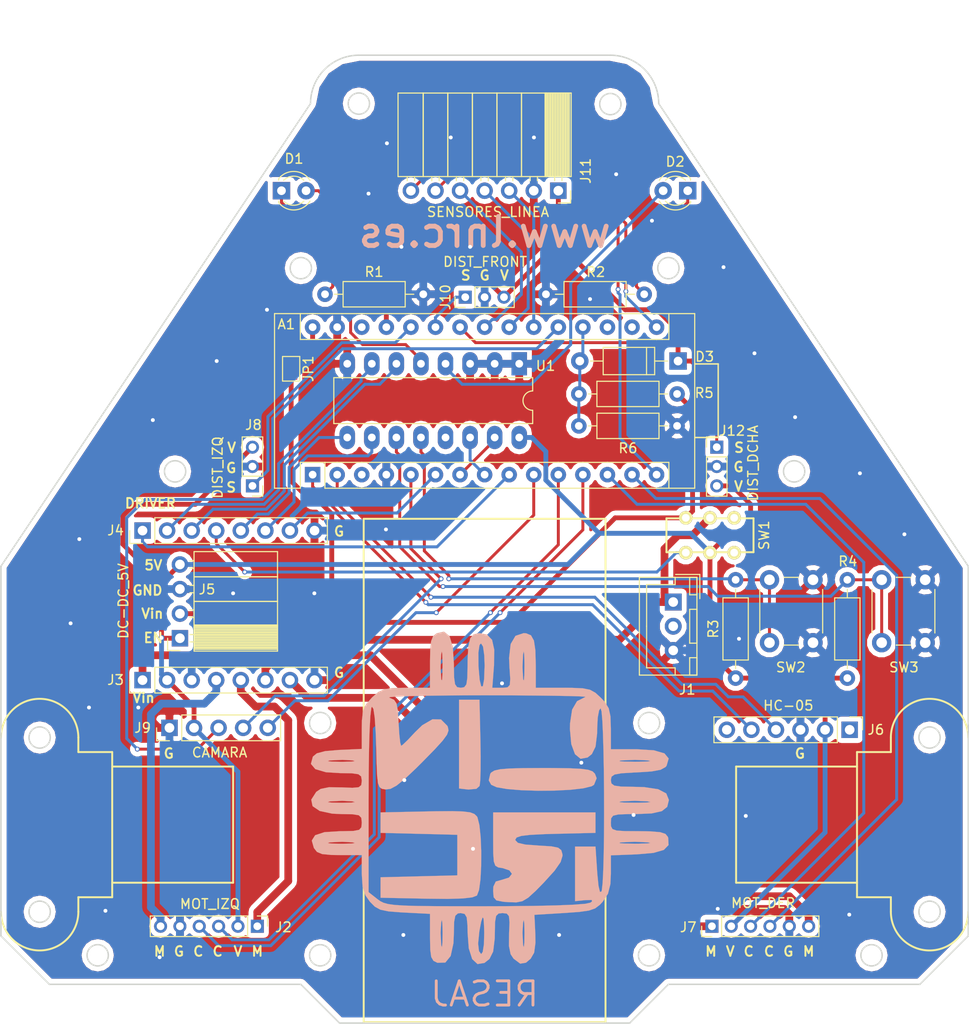
<source format=kicad_pcb>
(kicad_pcb (version 4) (host pcbnew 4.0.6)
  (title_block (title "Main Board robot de carreras educativo") (company "Liga Nacional de Robótica de competición") (comment 1 www.lnrc.es) (comment 2 "Diseño de Rubén Espino San José"))
  (layers (0 F.Cu signal) (31 B.Cu signal) (34 B.Paste user) (35 F.Paste user) (36 B.SilkS user) (37 F.SilkS user) (38 B.Mask user) (39 F.Mask user) (44 Edge.Cuts user))
  (net 0 "")
  (net 1 BT_RX)
  (net 2 "Net-(A1-Pad17)")
  (net 3 BT_TX)
  (net 4 "Net-(A1-Pad18)")
  (net 5 "Net-(A1-Pad3)")
  (net 6 BAT)
  (net 7 GND)
  (net 8 ANALOG_CAM)
  (net 9 LINEA_1)
  (net 10 LINEA_2)
  (net 11 I2C_SDA)
  (net 12 LINEA_3)
  (net 13 I2C_SCL)
  (net 14 DIST_IZQ)
  (net 15 DIST_FRONT)
  (net 16 DIST_DCHA)
  (net 17 LINEA_SEL_1)
  (net 18 +5V)
  (net 19 LINEA_SEL_2)
  (net 20 "Net-(A1-Pad28)")
  (net 21 PWM_IZQ)
  (net 22 PWM_DER)
  (net 23 VCC)
  (net 24 CLK_CAM)
  (net 25 SI_CAM)
  (net 26 "Net-(D1-Pad1)")
  (net 27 LED_R)
  (net 28 "Net-(D2-Pad1)")
  (net 29 LED_G)
  (net 30 "Net-(J1-Pad2)")
  (net 31 +BATT)
  (net 32 M_IZQ_+)
  (net 33 M_IZQ_-)
  (net 34 M_DER_-)
  (net 35 M_DER_+)
  (net 36 DIR_IZQ_2)
  (net 37 DIR_IZQ_1)
  (net 38 STBY_MOT)
  (net 39 DIR_DER_1)
  (net 40 DIR_DER_2)
  (net 41 VDD)
  (net 42 "Net-(J6-Pad1)")
  (net 43 "Net-(J6-Pad6)")
  (net 44 B1)
  (net 45 B2)
  (net 46 "Net-(SW1-Pad4)")
  (net 47 "Net-(SW1-Pad1)")
  (net 48 "Net-(U1-Pad13)")
  (net 49 ENC_IZQ_A)
  (net 50 ENC_IZQ_B)
  (net 51 ENC_DER_A)
  (net 52 ENC_DER_B)
  (module Socket_Strips:Socket_Strip_Straight_1x08_Pitch2.54mm (layer F.Cu) (at 114.635931 114.57 90)
    (fp_text reference J3 (at 0.019161 -2.785931 180) (layer F.SilkS))
    (fp_text value TB6612FNG_A)
    (pad 1 thru_hole rect (at 0 0 90) (size 1.7 1.7) (drill 1) (layers *.Cu *.Mask) (net 31 +BATT))
    (pad 2 thru_hole oval (at 0 2.54 90) (size 1.7 1.7) (drill 1) (layers *.Cu *.Mask) (net 18 +5V))
    (pad 3 thru_hole oval (at 0 5.08 90) (size 1.7 1.7) (drill 1) (layers *.Cu *.Mask) (net 7 GND))
    (pad 4 thru_hole oval (at 0 7.62 90) (size 1.7 1.7) (drill 1) (layers *.Cu *.Mask) (net 32 M_IZQ_+))
    (pad 5 thru_hole oval (at 0 10.16 90) (size 1.7 1.7) (drill 1) (layers *.Cu *.Mask) (net 33 M_IZQ_-))
    (pad 6 thru_hole oval (at 0 12.7 90) (size 1.7 1.7) (drill 1) (layers *.Cu *.Mask) (net 34 M_DER_-))
    (pad 7 thru_hole oval (at 0 15.24 90) (size 1.7 1.7) (drill 1) (layers *.Cu *.Mask) (net 35 M_DER_+))
    (pad 8 thru_hole oval (at 0 17.78 90) (size 1.7 1.7) (drill 1) (layers *.Cu *.Mask) (net 7 GND))
  )
  (module Modules:Arduino_Nano (layer F.Cu) (at 132.22 93.34 90)
    (fp_text reference A1 (at 15.54 -2.72 180) (layer F.SilkS))
    (fp_text value Arduino_Nano_v3.x)
    (pad 1 thru_hole rect (at 0 0 90) (size 1.6 1.6) (drill 0.8) (layers *.Cu *.Mask) (net 1 BT_RX))
    (pad 17 thru_hole oval (at 15.24 33.02 90) (size 1.6 1.6) (drill 0.8) (layers *.Cu *.Mask) (net 2 "Net-(A1-Pad17)"))
    (pad 2 thru_hole oval (at 0 2.54 90) (size 1.6 1.6) (drill 0.8) (layers *.Cu *.Mask) (net 3 BT_TX))
    (pad 18 thru_hole oval (at 15.24 30.48 90) (size 1.6 1.6) (drill 0.8) (layers *.Cu *.Mask) (net 4 "Net-(A1-Pad18)"))
    (pad 3 thru_hole oval (at 0 5.08 90) (size 1.6 1.6) (drill 0.8) (layers *.Cu *.Mask) (net 5 "Net-(A1-Pad3)"))
    (pad 19 thru_hole oval (at 15.24 27.94 90) (size 1.6 1.6) (drill 0.8) (layers *.Cu *.Mask) (net 6 BAT))
    (pad 4 thru_hole oval (at 0 7.62 90) (size 1.6 1.6) (drill 0.8) (layers *.Cu *.Mask) (net 7 GND))
    (pad 20 thru_hole oval (at 15.24 25.4 90) (size 1.6 1.6) (drill 0.8) (layers *.Cu *.Mask) (net 8 ANALOG_CAM))
    (pad 5 thru_hole oval (at 0 10.16 90) (size 1.6 1.6) (drill 0.8) (layers *.Cu *.Mask) (net 24 CLK_CAM))
    (pad 21 thru_hole oval (at 15.24 22.86 90) (size 1.6 1.6) (drill 0.8) (layers *.Cu *.Mask) (net 9 LINEA_1))
    (pad 6 thru_hole oval (at 0 12.7 90) (size 1.6 1.6) (drill 0.8) (layers *.Cu *.Mask) (net 22 PWM_DER))
    (pad 22 thru_hole oval (at 15.24 20.32 90) (size 1.6 1.6) (drill 0.8) (layers *.Cu *.Mask) (net 10 LINEA_2))
    (pad 7 thru_hole oval (at 0 15.24 90) (size 1.6 1.6) (drill 0.8) (layers *.Cu *.Mask) (net 11 I2C_SDA))
    (pad 23 thru_hole oval (at 15.24 17.78 90) (size 1.6 1.6) (drill 0.8) (layers *.Cu *.Mask) (net 12 LINEA_3))
    (pad 8 thru_hole oval (at 0 17.78 90) (size 1.6 1.6) (drill 0.8) (layers *.Cu *.Mask) (net 13 I2C_SCL))
    (pad 24 thru_hole oval (at 15.24 15.24 90) (size 1.6 1.6) (drill 0.8) (layers *.Cu *.Mask) (net 16 DIST_DCHA))
    (pad 9 thru_hole oval (at 0 20.32 90) (size 1.6 1.6) (drill 0.8) (layers *.Cu *.Mask) (net 21 PWM_IZQ))
    (pad 25 thru_hole oval (at 15.24 12.7 90) (size 1.6 1.6) (drill 0.8) (layers *.Cu *.Mask) (net 15 DIST_FRONT))
    (pad 10 thru_hole oval (at 0 22.86 90) (size 1.6 1.6) (drill 0.8) (layers *.Cu *.Mask) (net 25 SI_CAM))
    (pad 26 thru_hole oval (at 15.24 10.16 90) (size 1.6 1.6) (drill 0.8) (layers *.Cu *.Mask) (net 14 DIST_IZQ))
    (pad 11 thru_hole oval (at 0 25.4 90) (size 1.6 1.6) (drill 0.8) (layers *.Cu *.Mask) (net 50 ENC_IZQ_B))
    (pad 27 thru_hole oval (at 15.24 7.62 90) (size 1.6 1.6) (drill 0.8) (layers *.Cu *.Mask) (net 18 +5V))
    (pad 12 thru_hole oval (at 0 27.94 90) (size 1.6 1.6) (drill 0.8) (layers *.Cu *.Mask) (net 49 ENC_IZQ_A))
    (pad 28 thru_hole oval (at 15.24 5.08 90) (size 1.6 1.6) (drill 0.8) (layers *.Cu *.Mask) (net 20 "Net-(A1-Pad28)"))
    (pad 13 thru_hole oval (at 0 30.48 90) (size 1.6 1.6) (drill 0.8) (layers *.Cu *.Mask) (net 51 ENC_DER_A))
    (pad 29 thru_hole oval (at 15.24 2.54 90) (size 1.6 1.6) (drill 0.8) (layers *.Cu *.Mask) (net 7 GND))
    (pad 14 thru_hole oval (at 0 33.02 90) (size 1.6 1.6) (drill 0.8) (layers *.Cu *.Mask) (net 52 ENC_DER_B))
    (pad 30 thru_hole oval (at 15.24 0 90) (size 1.6 1.6) (drill 0.8) (layers *.Cu *.Mask) (net 23 VCC))
    (pad 15 thru_hole oval (at 0 35.56 90) (size 1.6 1.6) (drill 0.8) (layers *.Cu *.Mask) (net 17 LINEA_SEL_1))
    (pad 16 thru_hole oval (at 15.24 35.56 90) (size 1.6 1.6) (drill 0.8) (layers *.Cu *.Mask) (net 19 LINEA_SEL_2))
  )
  (module LEDs:LED_D3.0mm (layer F.Cu) (at 129 64)
    (fp_text reference D1 (at 1.3 -3.3) (layer F.SilkS))
    (fp_text value ROJO)
    (pad 1 thru_hole rect (at 0 0) (size 1.8 1.8) (drill 0.9) (layers *.Cu *.Mask) (net 26 "Net-(D1-Pad1)"))
    (pad 2 thru_hole circle (at 2.54 0) (size 1.8 1.8) (drill 0.9) (layers *.Cu *.Mask) (net 27 LED_R))
  )
  (module LEDs:LED_D3.0mm (layer F.Cu) (at 171 64 180)
    (fp_text reference D2 (at 1.3 3 180) (layer F.SilkS))
    (fp_text value VERDE)
    (pad 1 thru_hole rect (at 0 0 180) (size 1.8 1.8) (drill 0.9) (layers *.Cu *.Mask) (net 28 "Net-(D2-Pad1)"))
    (pad 2 thru_hole circle (at 2.54 0 180) (size 1.8 1.8) (drill 0.9) (layers *.Cu *.Mask) (net 29 LED_G))
  )
  (module Diodes_THT:D_A-405_P10.16mm_Horizontal (layer F.Cu) (at 170 81.6 180)
    (fp_text reference D3 (at -2.75 0.45 180) (layer F.SilkS))
    (fp_text value 1N4001)
    (pad 1 thru_hole rect (at 0 0 180) (size 1.8 1.8) (drill 0.9) (layers *.Cu *.Mask) (net 18 +5V))
    (pad 2 thru_hole oval (at 10.16 0 180) (size 1.8 1.8) (drill 0.9) (layers *.Cu *.Mask) (net 6 BAT))
  )
  (module Connectors_JST:JST_XH_B03B-XH-A_03x2.50mm_Straight (layer F.Cu) (at 169.5 106.5 270)
    (fp_text reference J1 (at 9.05 -1.45 360) (layer F.SilkS))
    (fp_text value "LIPO 2S")
    (pad 1 thru_hole rect (at 0 0 270) (size 1.75 1.75) (drill 1) (layers *.Cu *.Mask) (net 31 +BATT))
    (pad 2 thru_hole circle (at 2.5 0 270) (size 1.75 1.75) (drill 1) (layers *.Cu *.Mask) (net 30 "Net-(J1-Pad2)"))
    (pad 3 thru_hole circle (at 5 0 270) (size 1.75 1.75) (drill 1) (layers *.Cu *.Mask) (net 7 GND))
  )
  (module Connectors:GS2 (layer F.Cu) (at 130 82.4)
    (fp_text reference JP1 (at 1.78 0 90) (layer F.SilkS))
    (fp_text value Jumper)
    (pad 1 smd rect (at 0 -0.64) (size 1.27 0.97) (layers F.Cu F.Paste F.Mask) (net 23 VCC))
    (pad 2 smd rect (at 0 0.64) (size 1.27 0.97) (layers F.Cu F.Paste F.Mask) (net 41 VDD))
  )
  (module Resistors_THT:R_Axial_DIN0207_L6.3mm_D2.5mm_P10.16mm_Horizontal (layer F.Cu) (at 133.5 74.7)
    (fp_text reference R1 (at 5.08 -2.31) (layer F.SilkS))
    (fp_text value 1k)
    (pad 1 thru_hole circle (at 0 0) (size 1.6 1.6) (drill 0.8) (layers *.Cu *.Mask) (net 26 "Net-(D1-Pad1)"))
    (pad 2 thru_hole oval (at 10.16 0) (size 1.6 1.6) (drill 0.8) (layers *.Cu *.Mask) (net 7 GND))
  )
  (module Resistors_THT:R_Axial_DIN0207_L6.3mm_D2.5mm_P10.16mm_Horizontal (layer F.Cu) (at 166.5 74.7 180)
    (fp_text reference R2 (at 5.01 2.3 180) (layer F.SilkS))
    (fp_text value 1k)
    (pad 1 thru_hole circle (at 0 0 180) (size 1.6 1.6) (drill 0.8) (layers *.Cu *.Mask) (net 28 "Net-(D2-Pad1)"))
    (pad 2 thru_hole oval (at 10.16 0 180) (size 1.6 1.6) (drill 0.8) (layers *.Cu *.Mask) (net 7 GND))
  )
  (module Resistors_THT:R_Axial_DIN0207_L6.3mm_D2.5mm_P10.16mm_Horizontal (layer F.Cu) (at 175.95 114.36 90)
    (fp_text reference R3 (at 5.08 -2.31 90) (layer F.SilkS))
    (fp_text value 10K)
    (pad 1 thru_hole circle (at 0 0 90) (size 1.6 1.6) (drill 0.8) (layers *.Cu *.Mask) (net 18 +5V))
    (pad 2 thru_hole oval (at 10.16 0 90) (size 1.6 1.6) (drill 0.8) (layers *.Cu *.Mask) (net 44 B1))
  )
  (module Resistors_THT:R_Axial_DIN0207_L6.3mm_D2.5mm_P10.16mm_Horizontal (layer F.Cu) (at 187.5 114.36 90)
    (fp_text reference R4 (at 12.06 0.05 180) (layer F.SilkS))
    (fp_text value 10K)
    (pad 1 thru_hole circle (at 0 0 90) (size 1.6 1.6) (drill 0.8) (layers *.Cu *.Mask) (net 18 +5V))
    (pad 2 thru_hole oval (at 10.16 0 90) (size 1.6 1.6) (drill 0.8) (layers *.Cu *.Mask) (net 45 B2))
  )
  (module Resistors_THT:R_Axial_DIN0207_L6.3mm_D2.5mm_P10.16mm_Horizontal (layer F.Cu) (at 159.74 85)
    (fp_text reference R5 (at 12.96 -0.1) (layer F.SilkS))
    (fp_text value 82k)
    (pad 1 thru_hole circle (at 0 0) (size 1.6 1.6) (drill 0.8) (layers *.Cu *.Mask) (net 6 BAT))
    (pad 2 thru_hole oval (at 10.16 0) (size 1.6 1.6) (drill 0.8) (layers *.Cu *.Mask) (net 41 VDD))
  )
  (module Resistors_THT:R_Axial_DIN0207_L6.3mm_D2.5mm_P10.16mm_Horizontal (layer F.Cu) (at 169.9 88.3 180)
    (fp_text reference R6 (at 5.08 -2.31 180) (layer F.SilkS))
    (fp_text value 120k)
    (pad 1 thru_hole circle (at 0 0 180) (size 1.6 1.6) (drill 0.8) (layers *.Cu *.Mask) (net 7 GND))
    (pad 2 thru_hole oval (at 10.16 0 180) (size 1.6 1.6) (drill 0.8) (layers *.Cu *.Mask) (net 6 BAT))
  )
  (module Main_board:switch_DPDT (layer F.Cu) (at 173.3 99.6 180)
    (fp_text reference SW1 (at -5.6 0 270) (layer F.SilkS))
    (fp_text value SW_DPDT)
    (pad 4 thru_hole circle (at -2.5 -1.8 180) (size 1.4 1.4) (drill 0.8) (layers *.Cu *.Mask F.SilkS) (net 46 "Net-(SW1-Pad4)"))
    (pad 1 thru_hole circle (at -2.5 1.8 180) (size 1.4 1.4) (drill 0.8) (layers *.Cu *.Mask F.SilkS) (net 47 "Net-(SW1-Pad1)"))
    (pad 5 thru_hole circle (at 0 -1.8 180) (size 1.4 1.4) (drill 0.8) (layers *.Cu *.Mask F.SilkS) (net 18 +5V))
    (pad 6 thru_hole circle (at 2.5 -1.8 180) (size 1.4 1.4) (drill 0.8) (layers *.Cu *.Mask F.SilkS) (net 38 STBY_MOT))
    (pad 3 thru_hole circle (at 2.5 1.8 180) (size 1.4 1.4) (drill 0.8) (layers *.Cu *.Mask F.SilkS) (net 41 VDD))
    (pad 2 thru_hole circle (at 0 1.8 180) (size 1.4 1.4) (drill 0.8) (layers *.Cu *.Mask F.SilkS) (net 31 +BATT))
  )
  (module Housings_DIP:DIP-16_W7.62mm_LongPads (layer F.Cu) (at 153.58 81.88 270)
    (fp_text reference U1 (at 0.22 -2.72 360) (layer F.SilkS))
    (fp_text value PCF8574)
    (pad 1 thru_hole rect (at 0 0 270) (size 2.4 1.6) (drill 0.8) (layers *.Cu *.Mask) (net 7 GND))
    (pad 9 thru_hole oval (at 7.62 17.78 270) (size 2.4 1.6) (drill 0.8) (layers *.Cu *.Mask) (net 39 DIR_DER_1))
    (pad 2 thru_hole oval (at 0 2.54 270) (size 2.4 1.6) (drill 0.8) (layers *.Cu *.Mask) (net 7 GND))
    (pad 10 thru_hole oval (at 7.62 15.24 270) (size 2.4 1.6) (drill 0.8) (layers *.Cu *.Mask) (net 40 DIR_DER_2))
    (pad 3 thru_hole oval (at 0 5.08 270) (size 2.4 1.6) (drill 0.8) (layers *.Cu *.Mask) (net 7 GND))
    (pad 11 thru_hole oval (at 7.62 12.7 270) (size 2.4 1.6) (drill 0.8) (layers *.Cu *.Mask) (net 45 B2))
    (pad 4 thru_hole oval (at 0 7.62 270) (size 2.4 1.6) (drill 0.8) (layers *.Cu *.Mask) (net 29 LED_G))
    (pad 12 thru_hole oval (at 7.62 10.16 270) (size 2.4 1.6) (drill 0.8) (layers *.Cu *.Mask) (net 44 B1))
    (pad 5 thru_hole oval (at 0 10.16 270) (size 2.4 1.6) (drill 0.8) (layers *.Cu *.Mask) (net 27 LED_R))
    (pad 13 thru_hole oval (at 7.62 7.62 270) (size 2.4 1.6) (drill 0.8) (layers *.Cu *.Mask) (net 48 "Net-(U1-Pad13)"))
    (pad 6 thru_hole oval (at 0 12.7 270) (size 2.4 1.6) (drill 0.8) (layers *.Cu *.Mask) (net 37 DIR_IZQ_1))
    (pad 14 thru_hole oval (at 7.62 5.08 270) (size 2.4 1.6) (drill 0.8) (layers *.Cu *.Mask) (net 13 I2C_SCL))
    (pad 7 thru_hole oval (at 0 15.24 270) (size 2.4 1.6) (drill 0.8) (layers *.Cu *.Mask) (net 36 DIR_IZQ_2))
    (pad 15 thru_hole oval (at 7.62 2.54 270) (size 2.4 1.6) (drill 0.8) (layers *.Cu *.Mask) (net 11 I2C_SDA))
    (pad 8 thru_hole oval (at 0 17.78 270) (size 2.4 1.6) (drill 0.8) (layers *.Cu *.Mask) (net 7 GND))
    (pad 16 thru_hole oval (at 7.62 0 270) (size 2.4 1.6) (drill 0.8) (layers *.Cu *.Mask) (net 18 +5V))
  )
  (module "KiCad libraries:logo_lnrc" (layer B.Cu) (at 150 127 180)
    (fp_text reference G*** hide)
    (fp_text value LOGO hide)
  )
  (module Buttons_Switches_THT:SW_PUSH_6mm (layer F.Cu) (at 179.45 110.7 90)
    (fp_text reference SW2 (at -2.55 2.2 180) (layer F.SilkS))
    (fp_text value SW_Push)
    (pad 2 thru_hole circle (at 0 4.5 180) (size 2 2) (drill 1.1) (layers *.Cu *.Mask) (net 7 GND))
    (pad 1 thru_hole circle (at 0 0 180) (size 2 2) (drill 1.1) (layers *.Cu *.Mask) (net 44 B1))
    (pad 2 thru_hole circle (at 6.5 4.5 180) (size 2 2) (drill 1.1) (layers *.Cu *.Mask) (net 7 GND))
    (pad 1 thru_hole circle (at 6.5 0 180) (size 2 2) (drill 1.1) (layers *.Cu *.Mask) (net 44 B1))
  )
  (module Buttons_Switches_THT:SW_PUSH_6mm (layer F.Cu) (at 191.05 110.7 90)
    (fp_text reference SW3 (at -2.55 2.3 180) (layer F.SilkS))
    (fp_text value SW_Push)
    (pad 2 thru_hole circle (at 0 4.5 180) (size 2 2) (drill 1.1) (layers *.Cu *.Mask) (net 7 GND))
    (pad 1 thru_hole circle (at 0 0 180) (size 2 2) (drill 1.1) (layers *.Cu *.Mask) (net 45 B2))
    (pad 2 thru_hole circle (at 6.5 4.5 180) (size 2 2) (drill 1.1) (layers *.Cu *.Mask) (net 7 GND))
    (pad 1 thru_hole circle (at 6.5 0 180) (size 2 2) (drill 1.1) (layers *.Cu *.Mask) (net 45 B2))
  )
  (module Socket_Strips:Socket_Strip_Straight_1x08_Pitch2.54mm (layer F.Cu) (at 114.635931 99.119161 90)
    (fp_text reference J4 (at 0.019161 -2.785931 180) (layer F.SilkS))
    (fp_text value TB6612FNG_B)
    (pad 1 thru_hole rect (at 0 0 90) (size 1.7 1.7) (drill 1) (layers *.Cu *.Mask) (net 21 PWM_IZQ))
    (pad 2 thru_hole oval (at 0 2.54 90) (size 1.7 1.7) (drill 1) (layers *.Cu *.Mask) (net 36 DIR_IZQ_2))
    (pad 3 thru_hole oval (at 0 5.08 90) (size 1.7 1.7) (drill 1) (layers *.Cu *.Mask) (net 37 DIR_IZQ_1))
    (pad 4 thru_hole oval (at 0 7.62 90) (size 1.7 1.7) (drill 1) (layers *.Cu *.Mask) (net 38 STBY_MOT))
    (pad 5 thru_hole oval (at 0 10.16 90) (size 1.7 1.7) (drill 1) (layers *.Cu *.Mask) (net 39 DIR_DER_1))
    (pad 6 thru_hole oval (at 0 12.7 90) (size 1.7 1.7) (drill 1) (layers *.Cu *.Mask) (net 40 DIR_DER_2))
    (pad 7 thru_hole oval (at 0 15.24 90) (size 1.7 1.7) (drill 1) (layers *.Cu *.Mask) (net 22 PWM_DER))
    (pad 8 thru_hole oval (at 0 17.78 90) (size 1.7 1.7) (drill 1) (layers *.Cu *.Mask) (net 7 GND))
  )
  (module Socket_Strips:Socket_Strip_Angled_1x04_Pitch2.54mm (layer F.Cu) (at 118.5 110.24 180)
    (fp_text reference J5 (at -2.8 5.04 180) (layer F.SilkS))
    (fp_text value DC-DC_5V (at 5.85 3.84 270) (layer F.SilkS))
    (pad 1 thru_hole rect (at 0 0 180) (size 1.7 1.7) (drill 1) (layers *.Cu *.Mask) (net 18 +5V))
    (pad 2 thru_hole oval (at 0 2.54 180) (size 1.7 1.7) (drill 1) (layers *.Cu *.Mask) (net 41 VDD))
    (pad 3 thru_hole oval (at 0 5.08 180) (size 1.7 1.7) (drill 1) (layers *.Cu *.Mask) (net 7 GND))
    (pad 4 thru_hole oval (at 0 7.62 180) (size 1.7 1.7) (drill 1) (layers *.Cu *.Mask) (net 18 +5V))
  )
  (module Socket_Strips:Socket_Strip_Straight_1x06_Pitch2.54mm (layer F.Cu) (at 187.74 119.7 270)
    (fp_text reference J6 (at 0 -2.71 360) (layer F.SilkS))
    (fp_text value HC-05 (at -2.5 6.34 360) (layer F.SilkS))
    (pad 1 thru_hole rect (at 0 0 270) (size 1.7 1.7) (drill 1) (layers *.Cu *.Mask) (net 42 "Net-(J6-Pad1)"))
    (pad 2 thru_hole oval (at 0 2.54 270) (size 1.7 1.7) (drill 1) (layers *.Cu *.Mask) (net 18 +5V))
    (pad 3 thru_hole oval (at 0 5.08 270) (size 1.7 1.7) (drill 1) (layers *.Cu *.Mask) (net 7 GND))
    (pad 4 thru_hole oval (at 0 7.62 270) (size 1.7 1.7) (drill 1) (layers *.Cu *.Mask) (net 3 BT_TX))
    (pad 5 thru_hole oval (at 0 10.16 270) (size 1.7 1.7) (drill 1) (layers *.Cu *.Mask) (net 1 BT_RX))
    (pad 6 thru_hole oval (at 0 12.7 270) (size 1.7 1.7) (drill 1) (layers *.Cu *.Mask) (net 43 "Net-(J6-Pad6)"))
  )
  (module Socket_Strips:Socket_Strip_Straight_1x05_Pitch2.54mm (layer F.Cu) (at 117.42 119.5 90)
    (fp_text reference J9 (at 0 -2.77 180) (layer F.SilkS))
    (fp_text value CAMARA (at -2.55 5.18 180) (layer F.SilkS))
    (pad 1 thru_hole rect (at 0 0 90) (size 1.7 1.7) (drill 1) (layers *.Cu *.Mask) (net 7 GND))
    (pad 2 thru_hole oval (at 0 2.54 90) (size 1.7 1.7) (drill 1) (layers *.Cu *.Mask) (net 18 +5V))
    (pad 3 thru_hole oval (at 0 5.08 90) (size 1.7 1.7) (drill 1) (layers *.Cu *.Mask) (net 8 ANALOG_CAM))
    (pad 4 thru_hole oval (at 0 7.62 90) (size 1.7 1.7) (drill 1) (layers *.Cu *.Mask) (net 24 CLK_CAM))
    (pad 5 thru_hole oval (at 0 10.16 90) (size 1.7 1.7) (drill 1) (layers *.Cu *.Mask) (net 25 SI_CAM))
  )
  (module Socket_Strips:Socket_Strip_Straight_1x06_Pitch2.00mm (layer F.Cu) (at 126.5 140 270)
    (fp_text reference J2 (at 0.1 -2.7 360) (layer F.SilkS))
    (fp_text value MOT_IZQ (at -2.3 4.9 360) (layer F.SilkS))
    (pad 1 thru_hole rect (at 0 0 270) (size 1.35 1.35) (drill 0.8) (layers *.Cu *.Mask) (net 33 M_IZQ_-))
    (pad 2 thru_hole oval (at 0 2 270) (size 1.35 1.35) (drill 0.8) (layers *.Cu *.Mask) (net 18 +5V))
    (pad 3 thru_hole oval (at 0 4 270) (size 1.35 1.35) (drill 0.8) (layers *.Cu *.Mask) (net 50 ENC_IZQ_B))
    (pad 4 thru_hole oval (at 0 6 270) (size 1.35 1.35) (drill 0.8) (layers *.Cu *.Mask) (net 49 ENC_IZQ_A))
    (pad 5 thru_hole oval (at 0 8 270) (size 1.35 1.35) (drill 0.8) (layers *.Cu *.Mask) (net 7 GND))
    (pad 6 thru_hole oval (at 0 10 270) (size 1.35 1.35) (drill 0.8) (layers *.Cu *.Mask) (net 32 M_IZQ_+))
  )
  (module Socket_Strips:Socket_Strip_Straight_1x06_Pitch2.00mm (layer F.Cu) (at 173.5 140 90)
    (fp_text reference J7 (at -0.1 -2.45 180) (layer F.SilkS))
    (fp_text value MOT_DER (at 2.4 5.3 180) (layer F.SilkS))
    (pad 1 thru_hole rect (at 0 0 90) (size 1.35 1.35) (drill 0.8) (layers *.Cu *.Mask) (net 35 M_DER_+))
    (pad 2 thru_hole oval (at 0 2 90) (size 1.35 1.35) (drill 0.8) (layers *.Cu *.Mask) (net 18 +5V))
    (pad 3 thru_hole oval (at 0 4 90) (size 1.35 1.35) (drill 0.8) (layers *.Cu *.Mask) (net 51 ENC_DER_A))
    (pad 4 thru_hole oval (at 0 6 90) (size 1.35 1.35) (drill 0.8) (layers *.Cu *.Mask) (net 52 ENC_DER_B))
    (pad 5 thru_hole oval (at 0 8 90) (size 1.35 1.35) (drill 0.8) (layers *.Cu *.Mask) (net 7 GND))
    (pad 6 thru_hole oval (at 0 10 90) (size 1.35 1.35) (drill 0.8) (layers *.Cu *.Mask) (net 34 M_DER_-))
  )
  (module Socket_Strips:Socket_Strip_Straight_1x03_Pitch2.00mm (layer F.Cu) (at 126 94.5 180)
    (fp_text reference J8 (at -0.1 6.3 180) (layer F.SilkS))
    (fp_text value DIST_IZQ (at 3.6 1.9 270) (layer F.SilkS))
    (pad 1 thru_hole rect (at 0 0 180) (size 1.35 1.35) (drill 0.8) (layers *.Cu *.Mask) (net 14 DIST_IZQ))
    (pad 2 thru_hole oval (at 0 2 180) (size 1.35 1.35) (drill 0.8) (layers *.Cu *.Mask) (net 7 GND))
    (pad 3 thru_hole oval (at 0 4 180) (size 1.35 1.35) (drill 0.8) (layers *.Cu *.Mask) (net 18 +5V))
  )
  (module Socket_Strips:Socket_Strip_Straight_1x03_Pitch2.00mm (layer F.Cu) (at 148 75 90)
    (fp_text reference J10 (at 0 -2.05 90) (layer F.SilkS))
    (fp_text value DIST_FRONT (at 3.65 2.05 180) (layer F.SilkS))
    (pad 1 thru_hole rect (at 0 0 90) (size 1.35 1.35) (drill 0.8) (layers *.Cu *.Mask) (net 15 DIST_FRONT))
    (pad 2 thru_hole oval (at 0 2 90) (size 1.35 1.35) (drill 0.8) (layers *.Cu *.Mask) (net 7 GND))
    (pad 3 thru_hole oval (at 0 4 90) (size 1.35 1.35) (drill 0.8) (layers *.Cu *.Mask) (net 18 +5V))
  )
  (module Socket_Strips:Socket_Strip_Straight_1x03_Pitch2.00mm (layer F.Cu) (at 174 90.5)
    (fp_text reference J12 (at 1.6 -1.7) (layer F.SilkS))
    (fp_text value DIST_DCHA (at 3.75 1.65 90) (layer F.SilkS))
    (pad 1 thru_hole rect (at 0 0) (size 1.35 1.35) (drill 0.8) (layers *.Cu *.Mask) (net 16 DIST_DCHA))
    (pad 2 thru_hole oval (at 0 2) (size 1.35 1.35) (drill 0.8) (layers *.Cu *.Mask) (net 7 GND))
    (pad 3 thru_hole oval (at 0 4) (size 1.35 1.35) (drill 0.8) (layers *.Cu *.Mask) (net 18 +5V))
  )
  (module Socket_Strips:Socket_Strip_Angled_1x07_Pitch2.54mm (layer F.Cu) (at 157.62 64 270)
    (fp_text reference J11 (at -2.05 -2.83 450) (layer F.SilkS))
    (fp_text value SENSORES_LINEA (at 2.2 7.27 360) (layer F.SilkS))
    (pad 1 thru_hole rect (at 0 0 270) (size 1.7 1.7) (drill 1) (layers *.Cu *.Mask) (net 18 +5V))
    (pad 2 thru_hole oval (at 0 2.54 270) (size 1.7 1.7) (drill 1) (layers *.Cu *.Mask) (net 7 GND))
    (pad 3 thru_hole oval (at 0 5.08 270) (size 1.7 1.7) (drill 1) (layers *.Cu *.Mask) (net 9 LINEA_1))
    (pad 4 thru_hole oval (at 0 7.62 270) (size 1.7 1.7) (drill 1) (layers *.Cu *.Mask) (net 10 LINEA_2))
    (pad 5 thru_hole oval (at 0 10.16 270) (size 1.7 1.7) (drill 1) (layers *.Cu *.Mask) (net 12 LINEA_3))
    (pad 6 thru_hole oval (at 0 12.7 270) (size 1.7 1.7) (drill 1) (layers *.Cu *.Mask) (net 17 LINEA_SEL_1))
    (pad 7 thru_hole oval (at 0 15.24 270) (size 1.7 1.7) (drill 1) (layers *.Cu *.Mask) (net 19 LINEA_SEL_2))
  )
  (gr_text www.lnrc.es (at 150 68.3) (layer B.SilkS) (effects (font (size 3 3) (thickness 0.5)) (justify mirror)))
  (gr_line (start 137 50) (end 163 50) (layer Edge.Cuts) (width 0.15))
  (gr_line (start 200 102.8) (end 168 55) (layer Edge.Cuts) (width 0.15))
  (gr_arc (start 163 55) (end 163 50) (angle 90) (layer Edge.Cuts) (width 0.15))
  (gr_line (start 132 55) (end 100 102.8) (layer Edge.Cuts) (width 0.15))
  (gr_arc (start 137 55) (end 132 55) (angle 90) (layer Edge.Cuts) (width 0.15))
  (gr_circle (center 182 93) (end 183.1 93) (layer Edge.Cuts) (width 0.15))
  (gr_circle (center 118 93) (end 119.1 93) (layer Edge.Cuts) (width 0.15))
  (gr_circle (center 169 72) (end 170.1 72) (layer Edge.Cuts) (width 0.15))
  (gr_circle (center 131 72) (end 132.1 72) (layer Edge.Cuts) (width 0.15))
  (gr_line (start 174.15 89.5) (end 171.75 89.5) (layer F.SilkS) (width 0.15))
  (gr_line (start 174.15 81.9) (end 174.15 89.5) (layer F.SilkS) (width 0.15))
  (gr_line (start 171.75 81.9) (end 174.15 81.9) (layer F.SilkS) (width 0.15))
  (gr_text DRIVER (at 115.45 96.3) (layer F.SilkS) (effects (font (size 1 1) (thickness 0.2))))
  (gr_text S (at 148.05 72.75) (layer F.SilkS) (effects (font (size 1 1) (thickness 0.2))))
  (gr_text G (at 150 72.75) (layer F.SilkS) (effects (font (size 1 1) (thickness 0.2))))
  (gr_text V (at 152.05 72.75) (layer F.SilkS) (effects (font (size 1 1) (thickness 0.2))))
  (gr_text V (at 176.25 94.55) (layer F.SilkS) (effects (font (size 1 1) (thickness 0.2))))
  (gr_text G (at 176.25 92.55) (layer F.SilkS) (effects (font (size 1 1) (thickness 0.2))))
  (gr_text S (at 176.3 90.55) (layer F.SilkS) (effects (font (size 1 1) (thickness 0.2))))
  (gr_text S (at 123.8 94.65) (layer F.SilkS) (effects (font (size 1 1) (thickness 0.2))))
  (gr_text V (at 123.85 90.55) (layer F.SilkS) (effects (font (size 1 1) (thickness 0.2))))
  (gr_text G (at 123.8 92.65) (layer F.SilkS) (effects (font (size 1 1) (thickness 0.2))))
  (gr_text G (at 182.6 122.15) (layer F.SilkS) (effects (font (size 1 1) (thickness 0.2))))
  (gr_text G (at 117.35 122.15) (layer F.SilkS) (effects (font (size 1 1) (thickness 0.2))))
  (gr_text Vin (at 114.75 116.4) (layer F.SilkS) (effects (font (size 1 1) (thickness 0.2))))
  (gr_text G (at 134.95 113.8) (layer F.SilkS) (effects (font (size 1 1) (thickness 0.2))))
  (gr_text G (at 134.95 99.2) (layer F.SilkS) (effects (font (size 1 1) (thickness 0.2))))
  (gr_text EN (at 115.75 110.2) (layer F.SilkS) (effects (font (size 1 1) (thickness 0.2))))
  (gr_text Vin (at 115.65 107.7) (layer F.SilkS) (effects (font (size 1 1) (thickness 0.2))))
  (gr_text 5V (at 115.75 102.7) (layer F.SilkS) (effects (font (size 1 1) (thickness 0.2))))
  (gr_text GND (at 115.15 105.3) (layer F.SilkS) (effects (font (size 1 1) (thickness 0.2))))
  (gr_text G (at 181.4 142.6) (layer F.SilkS) (effects (font (size 1 1) (thickness 0.2))))
  (gr_text C (at 179.4 142.6) (layer F.SilkS) (effects (font (size 1 1) (thickness 0.2))))
  (gr_text C (at 177.3 142.6) (layer F.SilkS) (effects (font (size 1 1) (thickness 0.2))))
  (gr_text V (at 175.4 142.6) (layer F.SilkS) (effects (font (size 1 1) (thickness 0.2))))
  (gr_text M (at 183.5 142.6) (layer F.SilkS) (effects (font (size 1 1) (thickness 0.2))))
  (gr_text M (at 173.4 142.6) (layer F.SilkS) (effects (font (size 1 1) (thickness 0.2))))
  (gr_text C (at 120.4 142.6) (layer F.SilkS) (effects (font (size 1 1) (thickness 0.2))))
  (gr_text G (at 118.4 142.6) (layer F.SilkS) (effects (font (size 1 1) (thickness 0.2))))
  (gr_text C (at 122.4 142.6) (layer F.SilkS) (effects (font (size 1 1) (thickness 0.2))))
  (gr_text V (at 124.5 142.6) (layer F.SilkS) (effects (font (size 1 1) (thickness 0.2))))
  (gr_text M (at 126.5 142.6) (layer F.SilkS) (effects (font (size 1 1) (thickness 0.2))))
  (gr_text M (at 116.4 142.6) (layer F.SilkS) (effects (font (size 1 1) (thickness 0.2))))
  (gr_text RESAJ (at 150 147) (layer B.SilkS) (effects (font (size 2.5 2.5) (thickness 0.3)) (justify mirror)))
  (gr_circle (center 163 55.05) (end 164.1 55.05) (layer Edge.Cuts) (width 0.15))
  (gr_circle (center 137 55) (end 138.1 55) (layer Edge.Cuts) (width 0.15))
  (gr_circle (center 133 119) (end 134.1 119) (layer Edge.Cuts) (width 0.15))
  (gr_circle (center 167 119) (end 168.1 119) (layer Edge.Cuts) (width 0.15))
  (gr_circle (center 167 143) (end 168.1 143) (layer Edge.Cuts) (width 0.15))
  (gr_circle (center 133 143) (end 134.1 143) (layer Edge.Cuts) (width 0.15))
  (gr_circle (center 190 143) (end 191.1 143) (layer Edge.Cuts) (width 0.15))
  (gr_circle (center 110 143) (end 111.1 143) (layer Edge.Cuts) (width 0.15))
  (gr_line (start 195 146) (end 200 141) (layer Edge.Cuts) (width 0.15))
  (gr_line (start 169 146) (end 195 146) (layer Edge.Cuts) (width 0.15))
  (gr_line (start 165 150) (end 169 146) (layer Edge.Cuts) (width 0.15))
  (gr_line (start 135 150) (end 165 150) (layer Edge.Cuts) (width 0.15))
  (gr_line (start 105 146) (end 100 141) (layer Edge.Cuts) (width 0.15))
  (gr_line (start 131 146) (end 105 146) (layer Edge.Cuts) (width 0.15))
  (gr_line (start 135 150) (end 131 146) (layer Edge.Cuts) (width 0.15))
  (gr_line (start 137.5 97.9) (end 137.5 149.9) (layer F.SilkS) (width 0.2))
  (gr_line (start 162.5 97.9) (end 137.5 97.9) (layer F.SilkS) (width 0.2))
  (gr_line (start 162.5 149.9) (end 162.5 97.9) (layer F.SilkS) (width 0.2))
  (gr_line (start 137.5 149.9) (end 162.5 149.9) (layer F.SilkS) (width 0.2))
  (gr_line (start 176 135.5) (end 188.5 135.5) (layer F.SilkS) (width 0.2))
  (gr_line (start 176 123.5) (end 176 135.5) (layer F.SilkS) (width 0.2))
  (gr_line (start 188.5 123.5) (end 176 123.5) (layer F.SilkS) (width 0.2))
  (gr_line (start 124 135.5) (end 111.5 135.5) (layer F.SilkS) (width 0.2))
  (gr_line (start 124 123.5) (end 124 135.5) (layer F.SilkS) (width 0.2))
  (gr_line (start 111.5 123.5) (end 124 123.5) (layer F.SilkS) (width 0.2))
  (gr_line (start 192 122) (end 192 120.5) (layer F.SilkS) (width 0.2))
  (gr_line (start 188.5 122) (end 192 122) (layer F.SilkS) (width 0.2))
  (gr_line (start 188.5 137) (end 188.5 122) (layer F.SilkS) (width 0.2))
  (gr_line (start 192 137) (end 188.5 137) (layer F.SilkS) (width 0.2))
  (gr_line (start 192 138.5) (end 192 137) (layer F.SilkS) (width 0.2))
  (gr_arc (start 196 138.5) (end 200 138.5) (angle 180) (layer F.SilkS) (width 0.2))
  (gr_arc (start 196 120.5) (end 192 120.5) (angle 180) (layer F.SilkS) (width 0.2))
  (gr_line (start 108 122) (end 108 120.5) (layer F.SilkS) (width 0.2))
  (gr_line (start 111.5 122) (end 108 122) (layer F.SilkS) (width 0.2))
  (gr_line (start 111.5 137) (end 111.5 122) (layer F.SilkS) (width 0.2))
  (gr_line (start 108 137) (end 111.5 137) (layer F.SilkS) (width 0.2))
  (gr_line (start 108 138.5) (end 108 137) (layer F.SilkS) (width 0.2))
  (gr_arc (start 104 138.5) (end 108 138.5) (angle 180) (layer F.SilkS) (width 0.2))
  (gr_arc (start 104 120.5) (end 100 120.5) (angle 180) (layer F.SilkS) (width 0.2))
  (gr_circle (center 196 120.5) (end 197.1 120.5) (layer Edge.Cuts) (width 0.15))
  (gr_circle (center 196 138.5) (end 197.1 138.5) (layer Edge.Cuts) (width 0.15))
  (gr_circle (center 104 138.5) (end 105.1 138.5) (layer Edge.Cuts) (width 0.15))
  (gr_circle (center 104 120.5) (end 105.1 120.5) (layer Edge.Cuts) (width 0.15))
  (gr_line (start 100 102.8) (end 100 141) (layer Edge.Cuts) (width 0.15))
  (gr_line (start 200 141) (end 200 102.8) (layer Edge.Cuts) (width 0.15))
  (segment (start 143.674765 106.277175) (end 143.924764 106.527174) (width 0.3048) (layer F.Cu) (net 1))
  (segment (start 134.802409 97.404819) (end 143.674765 106.277175) (width 0.3048) (layer F.Cu) (net 1))
  (segment (start 132.22 94.568064) (end 134.802409 97.150473) (width 0.3048) (layer F.Cu) (net 1))
  (segment (start 132.22 93.34) (end 132.22 94.568064) (width 0.3048) (layer F.Cu) (net 1))
  (segment (start 134.802409 97.150473) (end 134.802409 97.404819) (width 0.3048) (layer F.Cu) (net 1))
  (segment (start 161.177173 106.777173) (end 170.1 115.7) (width 0.3048) (layer B.Cu) (net 1))
  (segment (start 170.1 115.7) (end 173.58 115.7) (width 0.3048) (layer B.Cu) (net 1))
  (segment (start 143.924764 106.527174) (end 144.174763 106.777173) (width 0.3048) (layer B.Cu) (net 1))
  (segment (start 144.174763 106.777173) (end 161.177173 106.777173) (width 0.3048) (layer B.Cu) (net 1))
  (segment (start 177.58 119.7) (end 173.58 115.7) (width 0.3048) (layer B.Cu) (net 1))
  (via (at 143.924764 106.527174) (size 0.5) (drill 0.3048) (layers F.Cu B.Cu) (net 1))
  (segment (start 161.403294 106.003294) (end 170.4 115) (width 0.3048) (layer B.Cu) (net 3))
  (segment (start 170.4 115) (end 173.9 115) (width 0.3048) (layer B.Cu) (net 3))
  (segment (start 144.448643 106.003294) (end 161.403294 106.003294) (width 0.3048) (layer B.Cu) (net 3))
  (segment (start 144.198644 105.753295) (end 144.448643 106.003294) (width 0.3048) (layer F.Cu) (net 3))
  (segment (start 134.76 96.314651) (end 144.198644 105.753295) (width 0.3048) (layer F.Cu) (net 3))
  (segment (start 134.76 93.34) (end 134.76 96.314651) (width 0.3048) (layer F.Cu) (net 3))
  (segment (start 176.72 116.3) (end 175.2 116.3) (width 0.3048) (layer B.Cu) (net 3))
  (segment (start 180.12 119.7) (end 176.72 116.3) (width 0.3048) (layer B.Cu) (net 3))
  (segment (start 175.2 116.3) (end 173.9 115) (width 0.3048) (layer B.Cu) (net 3))
  (via (at 144.448643 106.003294) (size 0.5) (drill 0.3048) (layers F.Cu B.Cu) (net 3))
  (segment (start 160.16 78.1) (end 160.16 81.28) (width 0.3048) (layer B.Cu) (net 6))
  (segment (start 160.16 81.28) (end 159.84 81.6) (width 0.3048) (layer B.Cu) (net 6))
  (segment (start 159.74 85) (end 159.74 86.13137) (width 0.3048) (layer B.Cu) (net 6))
  (segment (start 159.74 86.13137) (end 159.74 88.3) (width 0.3048) (layer B.Cu) (net 6))
  (segment (start 159.84 81.6) (end 159.84 84.9) (width 0.3048) (layer B.Cu) (net 6))
  (segment (start 159.84 84.9) (end 159.74 85) (width 0.3048) (layer B.Cu) (net 6))
  (segment (start 169.5 111.5) (end 175.1 111.5) (width 0.8) (layer B.Cu) (net 7))
  (segment (start 175.1 111.5) (end 176.3 110.3) (width 0.8) (layer B.Cu) (net 7))
  (via (at 176.3 110.3) (size 0.6) (drill 0.4) (layers F.Cu B.Cu) (net 7))
  (segment (start 156.34 74.7) (end 160.4 74.7) (width 0.8) (layer F.Cu) (net 7))
  (segment (start 160.4 74.7) (end 160.9 75.2) (width 0.8) (layer F.Cu) (net 7))
  (via (at 160.9 75.2) (size 0.6) (drill 0.4) (layers F.Cu B.Cu) (net 7))
  (segment (start 139.84 93.34) (end 139.84 98.96) (width 0.8) (layer F.Cu) (net 7))
  (segment (start 139.84 98.96) (end 139.8 99) (width 0.8) (layer F.Cu) (net 7))
  (via (at 139.8 99) (size 0.6) (drill 0.4) (layers F.Cu B.Cu) (net 7))
  (segment (start 132.4 105.6) (end 124 105.6) (width 0.8) (layer B.Cu) (net 7))
  (via (at 124 105.6) (size 0.6) (drill 0.4) (layers F.Cu B.Cu) (net 7))
  (segment (start 132.415931 99.119161) (end 132.415931 105.584069) (width 0.8) (layer F.Cu) (net 7))
  (segment (start 132.415931 105.584069) (end 132.4 105.6) (width 0.8) (layer F.Cu) (net 7))
  (via (at 132.4 105.6) (size 0.6) (drill 0.4) (layers F.Cu B.Cu) (net 7))
  (segment (start 177 128.6) (end 177 135.3) (width 0.8) (layer B.Cu) (net 7))
  (segment (start 177 135.3) (end 174.1 138.2) (width 0.8) (layer B.Cu) (net 7))
  (via (at 174.1 138.2) (size 0.6) (drill 0.4) (layers F.Cu B.Cu) (net 7))
  (segment (start 177 128.6) (end 177.5 128.6) (width 0.8) (layer F.Cu) (net 7))
  (segment (start 177.5 128.6) (end 187.7 138.8) (width 0.8) (layer F.Cu) (net 7))
  (via (at 187.7 138.8) (size 0.6) (drill 0.4) (layers F.Cu B.Cu) (net 7))
  (segment (start 188.8 93.2) (end 188.8 94.9) (width 0.8) (layer B.Cu) (net 7))
  (segment (start 188.8 94.9) (end 193.4 99.5) (width 0.8) (layer B.Cu) (net 7))
  (via (at 193.4 99.5) (size 0.6) (drill 0.4) (layers F.Cu B.Cu) (net 7))
  (segment (start 182.1 87.4) (end 187.9 93.2) (width 0.8) (layer F.Cu) (net 7))
  (via (at 188.8 93.2) (size 0.6) (drill 0.4) (layers F.Cu B.Cu) (net 7))
  (segment (start 187.9 93.2) (end 188.8 93.2) (width 0.8) (layer F.Cu) (net 7))
  (segment (start 177.9 80.8) (end 177.9 83.2) (width 0.8) (layer B.Cu) (net 7))
  (segment (start 177.9 83.2) (end 182.1 87.4) (width 0.8) (layer B.Cu) (net 7))
  (via (at 182.1 87.4) (size 0.6) (drill 0.4) (layers F.Cu B.Cu) (net 7))
  (segment (start 174.7 71.9) (end 177.9 75.1) (width 0.8) (layer F.Cu) (net 7))
  (segment (start 177.9 75.1) (end 177.9 80.8) (width 0.8) (layer F.Cu) (net 7))
  (via (at 177.9 80.8) (size 0.6) (drill 0.4) (layers F.Cu B.Cu) (net 7))
  (segment (start 167.3 67.1) (end 169.9 67.1) (width 0.8) (layer B.Cu) (net 7))
  (via (at 174.7 71.9) (size 0.6) (drill 0.4) (layers F.Cu B.Cu) (net 7))
  (segment (start 169.9 67.1) (end 174.7 71.9) (width 0.8) (layer B.Cu) (net 7))
  (segment (start 163.6 62.3) (end 163.6 63.4) (width 0.8) (layer F.Cu) (net 7))
  (segment (start 163.6 63.4) (end 167.3 67.1) (width 0.8) (layer F.Cu) (net 7))
  (via (at 167.3 67.1) (size 0.6) (drill 0.4) (layers F.Cu B.Cu) (net 7))
  (segment (start 155.1 58.5) (end 159.8 58.5) (width 0.8) (layer B.Cu) (net 7))
  (segment (start 159.8 58.5) (end 163.6 62.3) (width 0.8) (layer B.Cu) (net 7))
  (via (at 163.6 62.3) (size 0.6) (drill 0.4) (layers F.Cu B.Cu) (net 7))
  (segment (start 141.4 69.8) (end 148.5 69.8) (width 0.8) (layer F.Cu) (net 7))
  (via (at 148.5 69.8) (size 0.6) (drill 0.4) (layers F.Cu B.Cu) (net 7))
  (segment (start 138 64.3) (end 138 66.4) (width 0.8) (layer B.Cu) (net 7))
  (segment (start 138 66.4) (end 141.4 69.8) (width 0.8) (layer B.Cu) (net 7))
  (via (at 141.4 69.8) (size 0.6) (drill 0.4) (layers F.Cu B.Cu) (net 7))
  (segment (start 139.9 59.1) (end 139.9 62.4) (width 0.8) (layer F.Cu) (net 7))
  (segment (start 139.9 62.4) (end 138 64.3) (width 0.8) (layer F.Cu) (net 7))
  (via (at 138 64.3) (size 0.6) (drill 0.4) (layers F.Cu B.Cu) (net 7))
  (segment (start 146.5 58.5) (end 140.5 58.5) (width 0.8) (layer B.Cu) (net 7))
  (segment (start 140.5 58.5) (end 139.9 59.1) (width 0.8) (layer B.Cu) (net 7))
  (via (at 139.9 59.1) (size 0.6) (drill 0.4) (layers F.Cu B.Cu) (net 7))
  (segment (start 155.1 58.5) (end 146.5 58.5) (width 0.8) (layer F.Cu) (net 7))
  (via (at 146.5 58.5) (size 0.6) (drill 0.4) (layers F.Cu B.Cu) (net 7))
  (segment (start 155.08 64) (end 155.08 58.52) (width 0.8) (layer B.Cu) (net 7))
  (segment (start 155.08 58.52) (end 155.1 58.5) (width 0.8) (layer B.Cu) (net 7))
  (via (at 155.1 58.5) (size 0.6) (drill 0.4) (layers F.Cu B.Cu) (net 7))
  (segment (start 122.3 81.6) (end 122.3 81.5) (width 0.8) (layer B.Cu) (net 7))
  (segment (start 122.3 81.5) (end 127.5 76.3) (width 0.8) (layer B.Cu) (net 7))
  (via (at 127.5 76.3) (size 0.6) (drill 0.4) (layers F.Cu B.Cu) (net 7))
  (segment (start 115.7 87.7) (end 121.8 81.6) (width 0.8) (layer F.Cu) (net 7))
  (segment (start 121.8 81.6) (end 122.3 81.6) (width 0.8) (layer F.Cu) (net 7))
  (via (at 122.3 81.6) (size 0.6) (drill 0.4) (layers F.Cu B.Cu) (net 7))
  (segment (start 108.1 100) (end 108.1 95.3) (width 0.8) (layer B.Cu) (net 7))
  (segment (start 108.1 95.3) (end 115.7 87.7) (width 0.8) (layer B.Cu) (net 7))
  (via (at 115.7 87.7) (size 0.6) (drill 0.4) (layers F.Cu B.Cu) (net 7))
  (segment (start 107.2 108.7) (end 108.1 107.8) (width 0.8) (layer F.Cu) (net 7))
  (segment (start 108.1 107.8) (end 108.1 100) (width 0.8) (layer F.Cu) (net 7))
  (via (at 108.1 100) (size 0.6) (drill 0.4) (layers F.Cu B.Cu) (net 7))
  (segment (start 109.1 117.4) (end 109.1 110.6) (width 0.8) (layer B.Cu) (net 7))
  (segment (start 109.1 110.6) (end 107.2 108.7) (width 0.8) (layer B.Cu) (net 7))
  (via (at 107.2 108.7) (size 0.6) (drill 0.4) (layers F.Cu B.Cu) (net 7))
  (segment (start 116.4 143.2) (end 115.6 143.2) (width 0.8) (layer F.Cu) (net 7))
  (segment (start 115.6 143.2) (end 110.8 138.4) (width 0.8) (layer F.Cu) (net 7))
  (via (at 110.8 138.4) (size 0.6) (drill 0.4) (layers F.Cu B.Cu) (net 7))
  (segment (start 118.5 140) (end 118.5 141.1) (width 0.8) (layer B.Cu) (net 7))
  (segment (start 118.5 141.1) (end 116.4 143.2) (width 0.8) (layer B.Cu) (net 7))
  (via (at 116.4 143.2) (size 0.6) (drill 0.4) (layers F.Cu B.Cu) (net 7))
  (segment (start 114.2 117.4) (end 109.1 117.4) (width 0.8) (layer F.Cu) (net 7))
  (via (at 109.1 117.4) (size 0.6) (drill 0.4) (layers F.Cu B.Cu) (net 7))
  (segment (start 117.42 119.5) (end 116.3 119.5) (width 0.8) (layer F.Cu) (net 7))
  (segment (start 116.3 119.5) (end 114.2 117.4) (width 0.8) (layer F.Cu) (net 7))
  (via (at 114.2 117.4) (size 0.6) (drill 0.4) (layers F.Cu B.Cu) (net 7))
  (segment (start 157.7 140.9) (end 141.6 140.9) (width 0.8) (layer F.Cu) (net 7))
  (via (at 141.6 140.9) (size 0.6) (drill 0.4) (layers F.Cu B.Cu) (net 7))
  (segment (start 148.8 132) (end 157.7 140.9) (width 0.8) (layer B.Cu) (net 7))
  (via (at 157.7 140.9) (size 0.6) (drill 0.4) (layers F.Cu B.Cu) (net 7))
  (segment (start 141.7 124.9) (end 148.8 132) (width 0.8) (layer F.Cu) (net 7))
  (via (at 148.8 132) (size 0.6) (drill 0.4) (layers F.Cu B.Cu) (net 7))
  (segment (start 151.8 114.9) (end 141.8 124.9) (width 0.8) (layer B.Cu) (net 7))
  (segment (start 141.8 124.9) (end 141.7 124.9) (width 0.8) (layer B.Cu) (net 7))
  (via (at 141.7 124.9) (size 0.6) (drill 0.4) (layers F.Cu B.Cu) (net 7))
  (segment (start 160 123.1) (end 151.8 114.9) (width 0.8) (layer B.Cu) (net 7))
  (via (at 151.8 114.9) (size 0.6) (drill 0.4) (layers F.Cu B.Cu) (net 7))
  (segment (start 165.4 128.5) (end 160 123.1) (width 0.8) (layer F.Cu) (net 7))
  (via (at 160 123.1) (size 0.6) (drill 0.4) (layers F.Cu B.Cu) (net 7))
  (segment (start 177 128.6) (end 165.5 128.6) (width 0.8) (layer B.Cu) (net 7))
  (segment (start 165.5 128.6) (end 165.4 128.5) (width 0.8) (layer B.Cu) (net 7))
  (via (at 165.4 128.5) (size 0.6) (drill 0.4) (layers F.Cu B.Cu) (net 7))
  (segment (start 182.66 119.7) (end 182.66 122.94) (width 0.8) (layer F.Cu) (net 7))
  (segment (start 182.66 122.94) (end 177 128.6) (width 0.8) (layer F.Cu) (net 7))
  (via (at 177 128.6) (size 0.6) (drill 0.4) (layers F.Cu B.Cu) (net 7))
  (segment (start 114.1 121.7) (end 120.3 121.7) (width 0.3048) (layer F.Cu) (net 8))
  (segment (start 120.3 121.7) (end 122.5 119.5) (width 0.3048) (layer F.Cu) (net 8))
  (segment (start 113 97.8) (end 113 120.6) (width 0.3048) (layer B.Cu) (net 8))
  (segment (start 113 120.6) (end 114.1 121.7) (width 0.3048) (layer B.Cu) (net 8))
  (via (at 114.1 121.7) (size 0.5) (drill 0.3048) (layers F.Cu B.Cu) (net 8))
  (segment (start 114.9 95.9) (end 113 97.8) (width 0.3048) (layer B.Cu) (net 8))
  (segment (start 127 95.9) (end 114.9 95.9) (width 0.3048) (layer B.Cu) (net 8))
  (segment (start 128.1 94.8) (end 127 95.9) (width 0.3048) (layer B.Cu) (net 8))
  (segment (start 128.1 87.550247) (end 128.1 94.8) (width 0.3048) (layer B.Cu) (net 8))
  (segment (start 155.39241 80.32759) (end 135.322657 80.32759) (width 0.3048) (layer B.Cu) (net 8))
  (segment (start 157.62 78.1) (end 155.39241 80.32759) (width 0.3048) (layer B.Cu) (net 8))
  (segment (start 135.322657 80.32759) (end 128.1 87.550247) (width 0.3048) (layer B.Cu) (net 8))
  (segment (start 152.54 64) (end 155.08 66.54) (width 0.3048) (layer B.Cu) (net 9))
  (segment (start 155.08 66.54) (end 155.08 78.1) (width 0.3048) (layer B.Cu) (net 9))
  (segment (start 153.339999 77.300001) (end 152.54 78.1) (width 0.3048) (layer B.Cu) (net 10))
  (segment (start 154.50481 76.13519) (end 153.339999 77.300001) (width 0.3048) (layer B.Cu) (net 10))
  (segment (start 154.50481 68.50481) (end 154.50481 76.13519) (width 0.3048) (layer B.Cu) (net 10))
  (segment (start 150 64) (end 154.50481 68.50481) (width 0.3048) (layer B.Cu) (net 10))
  (segment (start 147.46 93.34) (end 151.04 89.76) (width 0.3048) (layer F.Cu) (net 11))
  (segment (start 151.04 89.76) (end 151.04 89.5) (width 0.3048) (layer F.Cu) (net 11))
  (segment (start 153.8 70.34) (end 153.8 74.720554) (width 0.3048) (layer B.Cu) (net 12))
  (segment (start 153.8 74.720554) (end 151.220553 77.300001) (width 0.3048) (layer B.Cu) (net 12))
  (segment (start 151.220553 77.300001) (end 150.799999 77.300001) (width 0.3048) (layer B.Cu) (net 12))
  (segment (start 150.799999 77.300001) (end 150 78.1) (width 0.3048) (layer B.Cu) (net 12))
  (segment (start 147.46 64) (end 153.8 70.34) (width 0.3048) (layer B.Cu) (net 12))
  (segment (start 150 93.34) (end 148.5 91.84) (width 0.3048) (layer B.Cu) (net 13))
  (segment (start 148.5 91.84) (end 148.5 89.5) (width 0.3048) (layer B.Cu) (net 13))
  (segment (start 135.241147 79.69519) (end 127.595189 87.341148) (width 0.3048) (layer B.Cu) (net 14))
  (segment (start 127.595189 87.341148) (end 127.595189 92.904811) (width 0.3048) (layer B.Cu) (net 14))
  (segment (start 140.78481 79.69519) (end 135.241147 79.69519) (width 0.3048) (layer B.Cu) (net 14))
  (segment (start 127.595189 92.904811) (end 126 94.5) (width 0.3048) (layer B.Cu) (net 14))
  (segment (start 142.38 78.1) (end 140.78481 79.69519) (width 0.3048) (layer B.Cu) (net 14))
  (segment (start 148 75) (end 147.0202 75) (width 0.3048) (layer B.Cu) (net 15))
  (segment (start 147.0202 75) (end 144.92 77.1002) (width 0.3048) (layer B.Cu) (net 15))
  (segment (start 144.92 77.1002) (end 144.92 78.1) (width 0.3048) (layer B.Cu) (net 15))
  (segment (start 170.7 83.3) (end 174 86.6) (width 0.3048) (layer F.Cu) (net 16))
  (segment (start 174 86.6) (end 174 90.5) (width 0.3048) (layer F.Cu) (net 16))
  (segment (start 168.6 83.3) (end 170.7 83.3) (width 0.3048) (layer F.Cu) (net 16))
  (segment (start 165 79.7) (end 168.6 83.3) (width 0.3048) (layer F.Cu) (net 16))
  (segment (start 149.06 79.7) (end 165 79.7) (width 0.3048) (layer F.Cu) (net 16))
  (segment (start 147.46 78.1) (end 149.06 79.7) (width 0.3048) (layer F.Cu) (net 16))
  (segment (start 164 74.753553) (end 164 89.56) (width 0.3048) (layer B.Cu) (net 17))
  (segment (start 164 89.56) (end 167.78 93.34) (width 0.3048) (layer B.Cu) (net 17))
  (segment (start 163.8 74.2) (end 163.8 74.553553) (width 0.3048) (layer B.Cu) (net 17))
  (segment (start 163.8 74.553553) (end 164 74.753553) (width 0.3048) (layer B.Cu) (net 17))
  (segment (start 158.9 62.4) (end 163.8 67.3) (width 0.3048) (layer F.Cu) (net 17))
  (segment (start 163.8 67.3) (end 163.8 74.2) (width 0.3048) (layer F.Cu) (net 17))
  (via (at 163.8 74.2) (size 0.5) (drill 0.3048) (layers F.Cu B.Cu) (net 17))
  (segment (start 146.52 62.4) (end 158.9 62.4) (width 0.3048) (layer F.Cu) (net 17))
  (segment (start 144.92 64) (end 146.52 62.4) (width 0.3048) (layer F.Cu) (net 17))
  (segment (start 116.6 110.2) (end 116.6 113.994069) (width 0.5) (layer B.Cu) (net 18))
  (segment (start 116.6 113.994069) (end 117.175931 114.57) (width 0.5) (layer B.Cu) (net 18))
  (segment (start 119.96 119.5) (end 119.96 117.354069) (width 0.5) (layer F.Cu) (net 18))
  (segment (start 119.96 117.354069) (end 117.175931 114.57) (width 0.5) (layer F.Cu) (net 18))
  (segment (start 118.5 102.62) (end 158.609998 102.62) (width 0.5) (layer B.Cu) (net 18))
  (segment (start 158.609998 102.62) (end 161.829998 99.4) (width 0.5) (layer B.Cu) (net 18))
  (segment (start 175.6 92.9) (end 175.6 94.5) (width 0.5) (layer F.Cu) (net 18))
  (segment (start 177.5 96.4) (end 175.6 94.5) (width 0.5) (layer F.Cu) (net 18))
  (segment (start 175.6 94.5) (end 174 94.5) (width 0.5) (layer F.Cu) (net 18))
  (segment (start 177.5 98.4) (end 177.5 96.4) (width 0.5) (layer F.Cu) (net 18))
  (segment (start 176.3 99.6) (end 177.5 98.4) (width 0.5) (layer F.Cu) (net 18))
  (segment (start 175.1 99.6) (end 176.3 99.6) (width 0.5) (layer F.Cu) (net 18))
  (segment (start 173.3 101.4) (end 175.1 99.6) (width 0.5) (layer F.Cu) (net 18))
  (segment (start 142.9 73) (end 139.84 76.06) (width 0.5) (layer F.Cu) (net 18))
  (segment (start 139.84 76.06) (end 139.84 78.1) (width 0.5) (layer F.Cu) (net 18))
  (segment (start 150 73) (end 142.9 73) (width 0.5) (layer F.Cu) (net 18))
  (segment (start 152 75) (end 150 73) (width 0.5) (layer F.Cu) (net 18))
  (segment (start 185.2 119.7) (end 185.2 130.3) (width 0.5) (layer B.Cu) (net 18))
  (segment (start 185.2 130.3) (end 175.5 140) (width 0.5) (layer B.Cu) (net 18))
  (segment (start 161.829998 99.4) (end 168.9 99.4) (width 0.5) (layer B.Cu) (net 18))
  (segment (start 168.9 99.4) (end 171.3 99.4) (width 0.5) (layer B.Cu) (net 18))
  (segment (start 171.3 99.4) (end 173.3 101.4) (width 0.5) (layer B.Cu) (net 18))
  (segment (start 153.58 89.5) (end 154.88 89.5) (width 0.5) (layer B.Cu) (net 18))
  (segment (start 154.88 89.5) (end 156.330001 90.950001) (width 0.5) (layer B.Cu) (net 18))
  (segment (start 156.330001 90.950001) (end 156.330001 93.900003) (width 0.5) (layer B.Cu) (net 18))
  (segment (start 156.330001 93.900003) (end 161.829998 99.4) (width 0.5) (layer B.Cu) (net 18))
  (segment (start 112.6 97.6) (end 112.6 100.52) (width 0.5) (layer F.Cu) (net 18))
  (segment (start 112.6 100.52) (end 116.6 104.52) (width 0.5) (layer F.Cu) (net 18))
  (segment (start 113.8 96.4) (end 112.6 97.6) (width 0.5) (layer F.Cu) (net 18))
  (segment (start 120.1 96.4) (end 113.8 96.4) (width 0.5) (layer F.Cu) (net 18))
  (segment (start 126 90.5) (end 120.1 96.4) (width 0.5) (layer F.Cu) (net 18))
  (segment (start 167.830002 76.3) (end 164.54 76.3) (width 0.5) (layer F.Cu) (net 18))
  (segment (start 164.54 76.3) (end 157.62 69.38) (width 0.5) (layer F.Cu) (net 18))
  (segment (start 170 81.6) (end 170 78.469998) (width 0.5) (layer F.Cu) (net 18))
  (segment (start 170 78.469998) (end 167.830002 76.3) (width 0.5) (layer F.Cu) (net 18))
  (segment (start 157.62 64) (end 157.62 69.38) (width 0.5) (layer F.Cu) (net 18))
  (segment (start 157.62 69.38) (end 152 75) (width 0.5) (layer F.Cu) (net 18))
  (segment (start 124.5 140) (end 124.5 124.04) (width 0.5) (layer B.Cu) (net 18))
  (segment (start 124.5 124.04) (end 119.96 119.5) (width 0.5) (layer B.Cu) (net 18))
  (segment (start 175.95 114.36) (end 173.3 111.71) (width 0.5) (layer F.Cu) (net 18))
  (segment (start 173.3 111.71) (end 173.3 101.4) (width 0.5) (layer F.Cu) (net 18))
  (segment (start 175.6 85.8) (end 175.6 92.9) (width 0.5) (layer F.Cu) (net 18))
  (segment (start 170 81.6) (end 171.4 81.6) (width 0.5) (layer F.Cu) (net 18))
  (segment (start 171.4 81.6) (end 175.6 85.8) (width 0.5) (layer F.Cu) (net 18))
  (segment (start 177.08137 114.36) (end 185.2 114.36) (width 0.5) (layer F.Cu) (net 18))
  (segment (start 185.2 114.36) (end 187.5 114.36) (width 0.5) (layer F.Cu) (net 18))
  (segment (start 185.2 119.7) (end 185.2 114.36) (width 0.5) (layer F.Cu) (net 18))
  (segment (start 175.95 114.36) (end 177.08137 114.36) (width 0.5) (layer F.Cu) (net 18))
  (via (at 116.6 110.2) (size 0.6) (drill 0.4) (layers F.Cu B.Cu) (net 18))
  (segment (start 116.6 110.2) (end 116.6 104.52) (width 0.5) (layer F.Cu) (net 18))
  (segment (start 118.5 110.24) (end 116.64 110.24) (width 0.5) (layer F.Cu) (net 18))
  (segment (start 116.64 110.24) (end 116.6 110.2) (width 0.5) (layer F.Cu) (net 18))
  (segment (start 116.6 104.52) (end 118.5 102.62) (width 0.5) (layer F.Cu) (net 18))
  (segment (start 164.6 74.046447) (end 164.6 74.4) (width 0.3048) (layer F.Cu) (net 19))
  (segment (start 164.6 67.38609) (end 164.6 74.046447) (width 0.3048) (layer F.Cu) (net 19))
  (segment (start 158.9091 61.69519) (end 164.6 67.38609) (width 0.3048) (layer F.Cu) (net 19))
  (segment (start 144.68481 61.69519) (end 158.9091 61.69519) (width 0.3048) (layer F.Cu) (net 19))
  (segment (start 142.38 64) (end 144.68481 61.69519) (width 0.3048) (layer F.Cu) (net 19))
  (segment (start 164.6 74.4) (end 164.6 74.92) (width 0.3048) (layer B.Cu) (net 19))
  (segment (start 164.6 74.92) (end 167.78 78.1) (width 0.3048) (layer B.Cu) (net 19))
  (via (at 164.6 74.4) (size 0.5) (drill 0.3048) (layers F.Cu B.Cu) (net 19))
  (segment (start 145.08 100.8) (end 115.16197 100.8) (width 0.3048) (layer B.Cu) (net 21))
  (segment (start 115.16197 100.8) (end 114.635931 100.273961) (width 0.3048) (layer B.Cu) (net 21))
  (segment (start 114.635931 100.273961) (end 114.635931 99.119161) (width 0.3048) (layer B.Cu) (net 21))
  (segment (start 152.54 93.34) (end 145.08 100.8) (width 0.3048) (layer B.Cu) (net 21))
  (segment (start 140.96 97.3) (end 131.695092 97.3) (width 0.3048) (layer B.Cu) (net 22))
  (segment (start 131.695092 97.3) (end 129.875931 99.119161) (width 0.3048) (layer B.Cu) (net 22))
  (segment (start 144.92 93.34) (end 140.96 97.3) (width 0.3048) (layer B.Cu) (net 22))
  (segment (start 132.22 78.1) (end 132.22 79.54) (width 0.5) (layer F.Cu) (net 23))
  (segment (start 132.22 79.54) (end 130 81.76) (width 0.5) (layer F.Cu) (net 23))
  (segment (start 125.889999 118.650001) (end 125.04 119.5) (width 0.3048) (layer B.Cu) (net 24))
  (segment (start 128.344811 116.195189) (end 125.889999 118.650001) (width 0.3048) (layer B.Cu) (net 24))
  (segment (start 133.404811 116.195189) (end 128.344811 116.195189) (width 0.3048) (layer B.Cu) (net 24))
  (segment (start 145.5 104.1) (end 133.404811 116.195189) (width 0.3048) (layer B.Cu) (net 24))
  (segment (start 142.38 93.34) (end 142.38 100.98) (width 0.3048) (layer F.Cu) (net 24))
  (via (at 145.5 104.1) (size 0.5) (drill 0.3048) (layers F.Cu B.Cu) (net 24))
  (segment (start 142.38 100.98) (end 145.5 104.1) (width 0.3048) (layer F.Cu) (net 24))
  (segment (start 133.8 116.7) (end 130.38 116.7) (width 0.3048) (layer B.Cu) (net 25))
  (segment (start 130.38 116.7) (end 127.58 119.5) (width 0.3048) (layer B.Cu) (net 25))
  (segment (start 142.9 107.6) (end 133.8 116.7) (width 0.3048) (layer B.Cu) (net 25))
  (segment (start 145 107.6) (end 142.9 107.6) (width 0.3048) (layer B.Cu) (net 25))
  (segment (start 155.08 97.52) (end 155.08 93.34) (width 0.3048) (layer F.Cu) (net 25))
  (segment (start 145 107.6) (end 155.08 97.52) (width 0.3048) (layer F.Cu) (net 25))
  (via (at 145 107.6) (size 0.5) (drill 0.3048) (layers F.Cu B.Cu) (net 25))
  (segment (start 133.5 74.7) (end 134.299999 73.900001) (width 0.3048) (layer F.Cu) (net 26))
  (segment (start 134.299999 73.900001) (end 134.299999 70.504799) (width 0.3048) (layer F.Cu) (net 26))
  (segment (start 134.299999 70.504799) (end 129 65.2048) (width 0.3048) (layer F.Cu) (net 26))
  (segment (start 129 65.2048) (end 129 64) (width 0.3048) (layer F.Cu) (net 26))
  (segment (start 137.394446 79.9) (end 141.84 79.9) (width 0.3048) (layer F.Cu) (net 27))
  (segment (start 141.84 79.9) (end 143.42 81.48) (width 0.3048) (layer F.Cu) (net 27))
  (segment (start 143.42 81.48) (end 143.42 81.88) (width 0.3048) (layer F.Cu) (net 27))
  (segment (start 136.147599 67.334807) (end 136.147599 78.653153) (width 0.3048) (layer F.Cu) (net 27))
  (segment (start 136.147599 78.653153) (end 137.394446 79.9) (width 0.3048) (layer F.Cu) (net 27))
  (segment (start 131.54 64) (end 132.812792 64) (width 0.3048) (layer F.Cu) (net 27))
  (segment (start 132.812792 64) (end 136.147599 67.334807) (width 0.3048) (layer F.Cu) (net 27))
  (segment (start 165.700001 70.504799) (end 171 65.2048) (width 0.3048) (layer F.Cu) (net 28))
  (segment (start 166.5 74.7) (end 165.700001 73.900001) (width 0.3048) (layer F.Cu) (net 28))
  (segment (start 165.700001 73.900001) (end 165.700001 70.504799) (width 0.3048) (layer F.Cu) (net 28))
  (segment (start 171 64) (end 171 65.2048) (width 0.3048) (layer F.Cu) (net 28))
  (segment (start 168.46 64) (end 158.9 73.56) (width 0.3048) (layer B.Cu) (net 29))
  (segment (start 158.9 73.56) (end 158.9 79.9) (width 0.3048) (layer B.Cu) (net 29))
  (segment (start 158.9 79.9) (end 154.8 84) (width 0.3048) (layer B.Cu) (net 29))
  (segment (start 154.8 84) (end 147.68 84) (width 0.3048) (layer B.Cu) (net 29))
  (segment (start 147.68 84) (end 145.96 82.28) (width 0.3048) (layer B.Cu) (net 29))
  (segment (start 145.96 82.28) (end 145.96 81.88) (width 0.3048) (layer B.Cu) (net 29))
  (segment (start 145.96 81.88) (end 145.96 82.28) (width 0.3048) (layer F.Cu) (net 29))
  (segment (start 114.635931 114.57) (end 114.635931 112.92) (width 0.8) (layer F.Cu) (net 31))
  (segment (start 114.635931 112.92) (end 115.555931 112) (width 0.8) (layer F.Cu) (net 31))
  (segment (start 115.555931 112) (end 126.1 112) (width 0.8) (layer F.Cu) (net 31))
  (segment (start 126.1 112) (end 127.7 110.4) (width 0.8) (layer F.Cu) (net 31))
  (segment (start 127.7 110.4) (end 163.925 110.4) (width 0.8) (layer F.Cu) (net 31))
  (segment (start 163.925 110.4) (end 167.825 106.5) (width 0.8) (layer F.Cu) (net 31))
  (segment (start 167.825 106.5) (end 168.6 106.5) (width 0.8) (layer F.Cu) (net 31))
  (segment (start 168.6 106.5) (end 169.5 106.5) (width 0.8) (layer F.Cu) (net 31))
  (segment (start 168.6 105.6) (end 168.6 106.5) (width 0.8) (layer F.Cu) (net 31))
  (segment (start 168.6 101) (end 170 99.6) (width 0.8) (layer F.Cu) (net 31))
  (segment (start 168.6 105.6) (end 168.6 101) (width 0.8) (layer F.Cu) (net 31))
  (segment (start 170 99.6) (end 171.5 99.6) (width 0.8) (layer F.Cu) (net 31))
  (segment (start 171.5 99.6) (end 173.3 97.8) (width 0.8) (layer F.Cu) (net 31))
  (segment (start 122.255931 114.57) (end 122.255931 115.772081) (width 0.8) (layer B.Cu) (net 32))
  (segment (start 122.255931 115.772081) (end 121.028012 117) (width 0.8) (layer B.Cu) (net 32))
  (segment (start 121.028012 117) (end 116.6 117) (width 0.8) (layer B.Cu) (net 32))
  (segment (start 116.6 117) (end 115.5 118.1) (width 0.8) (layer B.Cu) (net 32))
  (segment (start 115.5 118.1) (end 115.5 138.045406) (width 0.8) (layer B.Cu) (net 32))
  (segment (start 115.5 138.045406) (end 116.5 139.045406) (width 0.8) (layer B.Cu) (net 32))
  (segment (start 116.5 139.045406) (end 116.5 140) (width 0.8) (layer B.Cu) (net 32))
  (segment (start 124.795931 114.57) (end 124.795931 115.772081) (width 0.8) (layer F.Cu) (net 33))
  (segment (start 124.795931 115.772081) (end 126.32385 117.3) (width 0.8) (layer F.Cu) (net 33))
  (segment (start 126.32385 117.3) (end 128.27677 117.3) (width 0.8) (layer F.Cu) (net 33))
  (segment (start 128.27677 117.3) (end 129.7 118.72323) (width 0.8) (layer F.Cu) (net 33))
  (segment (start 129.7 118.72323) (end 129.7 135.325) (width 0.8) (layer F.Cu) (net 33))
  (segment (start 129.7 135.325) (end 126.5 138.525) (width 0.8) (layer F.Cu) (net 33))
  (segment (start 126.5 138.525) (end 126.5 140) (width 0.8) (layer F.Cu) (net 33))
  (segment (start 127.335931 114.57) (end 127.335931 113.367919) (width 0.8) (layer F.Cu) (net 34))
  (segment (start 127.335931 113.367919) (end 128.70385 112) (width 0.8) (layer F.Cu) (net 34))
  (segment (start 163.1 136.9) (end 181.5 136.9) (width 0.8) (layer F.Cu) (net 34))
  (segment (start 128.70385 112) (end 138.2 112) (width 0.8) (layer F.Cu) (net 34))
  (segment (start 138.2 112) (end 163.1 136.9) (width 0.8) (layer F.Cu) (net 34))
  (segment (start 181.5 136.9) (end 183.5 138.9) (width 0.8) (layer F.Cu) (net 34))
  (segment (start 183.5 138.9) (end 183.5 140) (width 0.8) (layer F.Cu) (net 34))
  (segment (start 131.705931 116.4) (end 140.3 116.4) (width 0.8) (layer F.Cu) (net 35))
  (segment (start 140.3 116.4) (end 163.9 140) (width 0.8) (layer F.Cu) (net 35))
  (segment (start 129.875931 114.57) (end 131.705931 116.4) (width 0.8) (layer F.Cu) (net 35))
  (segment (start 163.9 140) (end 173.5 140) (width 0.8) (layer F.Cu) (net 35))
  (segment (start 128.7 92.21391) (end 137.2352 83.67871) (width 0.3048) (layer B.Cu) (net 36))
  (segment (start 117.175931 99.119161) (end 119.890282 96.40481) (width 0.3048) (layer B.Cu) (net 36))
  (segment (start 138.34 82.28) (end 138.34 81.88) (width 0.3048) (layer B.Cu) (net 36))
  (segment (start 137.2352 83.3848) (end 138.34 82.28) (width 0.3048) (layer B.Cu) (net 36))
  (segment (start 137.2352 83.67871) (end 137.2352 83.3848) (width 0.3048) (layer B.Cu) (net 36))
  (segment (start 128.7 94.91391) (end 128.7 92.21391) (width 0.3048) (layer B.Cu) (net 36))
  (segment (start 119.890282 96.40481) (end 127.2091 96.40481) (width 0.3048) (layer B.Cu) (net 36))
  (segment (start 127.2091 96.40481) (end 128.7 94.91391) (width 0.3048) (layer B.Cu) (net 36))
  (segment (start 129.29038 95.03744) (end 129.29038 92.33744) (width 0.3048) (layer B.Cu) (net 37))
  (segment (start 129.29038 92.33744) (end 137.62782 84) (width 0.3048) (layer B.Cu) (net 37))
  (segment (start 140.88 82.28) (end 140.88 81.88) (width 0.3048) (layer B.Cu) (net 37))
  (segment (start 121.925471 96.909621) (end 127.4182 96.90962) (width 0.3048) (layer B.Cu) (net 37))
  (segment (start 137.62782 84) (end 139.16 84) (width 0.3048) (layer B.Cu) (net 37))
  (segment (start 127.4182 96.90962) (end 129.29038 95.03744) (width 0.3048) (layer B.Cu) (net 37))
  (segment (start 119.715931 99.119161) (end 121.925471 96.909621) (width 0.3048) (layer B.Cu) (net 37))
  (segment (start 139.16 84) (end 140.88 82.28) (width 0.3048) (layer B.Cu) (net 37))
  (segment (start 125.2 103.4) (end 122.255931 100.455931) (width 0.3048) (layer F.Cu) (net 38))
  (segment (start 122.255931 100.455931) (end 122.255931 99.119161) (width 0.3048) (layer F.Cu) (net 38))
  (segment (start 167.810051 103.4) (end 125.2 103.4) (width 0.3048) (layer B.Cu) (net 38))
  (via (at 125.2 103.4) (size 0.5) (drill 0.3048) (layers F.Cu B.Cu) (net 38))
  (segment (start 170.8 101.4) (end 169.810051 101.4) (width 0.3048) (layer B.Cu) (net 38))
  (segment (start 169.810051 101.4) (end 167.810051 103.4) (width 0.3048) (layer B.Cu) (net 38))
  (segment (start 134.6952 89.5) (end 135.8 89.5) (width 0.3048) (layer B.Cu) (net 39))
  (segment (start 129.795191 92.590899) (end 132.88609 89.5) (width 0.3048) (layer B.Cu) (net 39))
  (segment (start 126.500661 97.414431) (end 127.6273 97.41443) (width 0.3048) (layer B.Cu) (net 39))
  (segment (start 124.795931 99.119161) (end 126.500661 97.414431) (width 0.3048) (layer B.Cu) (net 39))
  (segment (start 132.88609 89.5) (end 134.6952 89.5) (width 0.3048) (layer B.Cu) (net 39))
  (segment (start 127.6273 97.41443) (end 129.795191 95.246539) (width 0.3048) (layer B.Cu) (net 39))
  (segment (start 129.795191 95.246539) (end 129.795191 92.590899) (width 0.3048) (layer B.Cu) (net 39))
  (segment (start 130.3 92.8) (end 130.3 96.155092) (width 0.3048) (layer B.Cu) (net 40))
  (segment (start 130.3 96.155092) (end 127.335931 99.119161) (width 0.3048) (layer B.Cu) (net 40))
  (segment (start 131.7 91.4) (end 130.3 92.8) (width 0.3048) (layer B.Cu) (net 40))
  (segment (start 137.9448 91.4) (end 131.7 91.4) (width 0.3048) (layer B.Cu) (net 40))
  (segment (start 138.34 89.5) (end 138.34 91.0048) (width 0.3048) (layer B.Cu) (net 40))
  (segment (start 138.34 91.0048) (end 137.9448 91.4) (width 0.3048) (layer B.Cu) (net 40))
  (segment (start 135.1 108.6) (end 134.2 107.7) (width 0.5) (layer F.Cu) (net 41))
  (segment (start 152.7 108.6) (end 135.1 108.6) (width 0.5) (layer F.Cu) (net 41))
  (segment (start 170.8 97.8) (end 163.5 97.8) (width 0.5) (layer F.Cu) (net 41))
  (segment (start 163.5 97.8) (end 152.7 108.6) (width 0.5) (layer F.Cu) (net 41))
  (segment (start 130 83.04) (end 130 94) (width 0.5) (layer F.Cu) (net 41))
  (segment (start 130 94) (end 132.2 96.2) (width 0.5) (layer F.Cu) (net 41))
  (segment (start 134.2 98.2) (end 134.2 107.7) (width 0.5) (layer F.Cu) (net 41))
  (segment (start 132.2 96.2) (end 133 96.2) (width 0.5) (layer F.Cu) (net 41))
  (segment (start 133 96.2) (end 134.2 97.4) (width 0.5) (layer F.Cu) (net 41))
  (segment (start 134.2 97.4) (end 134.2 98.2) (width 0.5) (layer F.Cu) (net 41))
  (segment (start 134.2 107.7) (end 119.702081 107.7) (width 0.5) (layer F.Cu) (net 41))
  (segment (start 170.8 97.8) (end 171.499999 97.100001) (width 0.5) (layer F.Cu) (net 41))
  (segment (start 171.499999 97.100001) (end 171.499999 86.599999) (width 0.5) (layer F.Cu) (net 41))
  (segment (start 171.499999 86.599999) (end 169.9 85) (width 0.5) (layer F.Cu) (net 41))
  (segment (start 119.702081 107.7) (end 118.5 107.7) (width 0.5) (layer F.Cu) (net 41))
  (segment (start 179.45 104.2) (end 179.45 105.614213) (width 0.3048) (layer F.Cu) (net 44))
  (segment (start 179.45 105.614213) (end 179.45 110.7) (width 0.3048) (layer F.Cu) (net 44))
  (segment (start 146.3 103.746447) (end 146.3 104.1) (width 0.3048) (layer F.Cu) (net 44))
  (segment (start 143.767599 101.214046) (end 146.3 103.746447) (width 0.3048) (layer F.Cu) (net 44))
  (segment (start 143.767599 91.352399) (end 143.767599 101.214046) (width 0.3048) (layer F.Cu) (net 44))
  (segment (start 143.42 91.0048) (end 143.767599 91.352399) (width 0.3048) (layer F.Cu) (net 44))
  (segment (start 143.42 89.5) (end 143.42 91.0048) (width 0.3048) (layer F.Cu) (net 44))
  (segment (start 146.3 104.1) (end 175.85 104.1) (width 0.3048) (layer B.Cu) (net 44))
  (segment (start 175.85 104.1) (end 175.95 104.2) (width 0.3048) (layer B.Cu) (net 44))
  (via (at 146.3 104.1) (size 0.5) (drill 0.3048) (layers F.Cu B.Cu) (net 44))
  (segment (start 175.95 104.2) (end 179.45 104.2) (width 0.3048) (layer F.Cu) (net 44))
  (segment (start 191.05 104.2) (end 191.05 110.7) (width 0.3048) (layer F.Cu) (net 45))
  (segment (start 140.88 89.5) (end 140.88 91.0048) (width 0.3048) (layer F.Cu) (net 45))
  (segment (start 145.346447 104.9) (end 145.7 104.9) (width 0.3048) (layer F.Cu) (net 45))
  (segment (start 141.227599 100.781152) (end 145.346447 104.9) (width 0.3048) (layer F.Cu) (net 45))
  (segment (start 141.227599 91.352399) (end 141.227599 100.781152) (width 0.3048) (layer F.Cu) (net 45))
  (segment (start 140.88 91.0048) (end 141.227599 91.352399) (width 0.3048) (layer F.Cu) (net 45))
  (segment (start 145.7 104.9) (end 173.1 104.9) (width 0.3048) (layer B.Cu) (net 45))
  (segment (start 173.1 104.9) (end 174.1 105.9) (width 0.3048) (layer B.Cu) (net 45))
  (segment (start 174.1 105.9) (end 185.8 105.9) (width 0.3048) (layer B.Cu) (net 45))
  (segment (start 185.8 105.9) (end 187.5 104.2) (width 0.3048) (layer B.Cu) (net 45))
  (via (at 145.7 104.9) (size 0.5) (drill 0.3048) (layers F.Cu B.Cu) (net 45))
  (segment (start 187.5 104.2) (end 191.05 104.2) (width 0.3048) (layer F.Cu) (net 45))
  (segment (start 160.16 99.04) (end 151.6 107.6) (width 0.3048) (layer F.Cu) (net 49))
  (segment (start 160.16 93.34) (end 160.16 99.04) (width 0.3048) (layer F.Cu) (net 49))
  (segment (start 127.9 142) (end 122.5 142) (width 0.3048) (layer B.Cu) (net 49))
  (segment (start 122.5 142) (end 120.5 140) (width 0.3048) (layer B.Cu) (net 49))
  (segment (start 139.1 130.8) (end 127.9 142) (width 0.3048) (layer B.Cu) (net 49))
  (segment (start 139.1 120.1) (end 139.1 130.8) (width 0.3048) (layer B.Cu) (net 49))
  (segment (start 151.6 107.6) (end 139.1 120.1) (width 0.3048) (layer B.Cu) (net 49))
  (via (at 151.6 107.6) (size 0.5) (drill 0.3048) (layers F.Cu B.Cu) (net 49))
  (segment (start 157.62 93.34) (end 157.62 100.58) (width 0.3048) (layer F.Cu) (net 50))
  (segment (start 157.62 100.58) (end 150.6 107.6) (width 0.3048) (layer F.Cu) (net 50))
  (segment (start 123.174999 140.674999) (end 122.5 140) (width 0.3048) (layer B.Cu) (net 50))
  (segment (start 123.9 141.4) (end 123.174999 140.674999) (width 0.3048) (layer B.Cu) (net 50))
  (segment (start 127.7 141.4) (end 123.9 141.4) (width 0.3048) (layer B.Cu) (net 50))
  (segment (start 138.595189 130.504811) (end 127.7 141.4) (width 0.3048) (layer B.Cu) (net 50))
  (segment (start 138.595189 119.604811) (end 138.595189 130.504811) (width 0.3048) (layer B.Cu) (net 50))
  (segment (start 150.6 107.6) (end 138.595189 119.604811) (width 0.3048) (layer B.Cu) (net 50))
  (via (at 150.6 107.6) (size 0.5) (drill 0.3048) (layers F.Cu B.Cu) (net 50))
  (segment (start 189.2 102.4) (end 189.2 128.3) (width 0.3048) (layer B.Cu) (net 51))
  (segment (start 189.2 128.3) (end 177.5 140) (width 0.3048) (layer B.Cu) (net 51))
  (segment (start 183.2 96.4) (end 189.2 102.4) (width 0.3048) (layer B.Cu) (net 51))
  (segment (start 165.76 96.4) (end 183.2 96.4) (width 0.3048) (layer B.Cu) (net 51))
  (segment (start 162.7 93.34) (end 165.76 96.4) (width 0.3048) (layer B.Cu) (net 51))
  (segment (start 165.24 93.34) (end 167.7 95.8) (width 0.3048) (layer B.Cu) (net 52))
  (segment (start 167.7 95.8) (end 184.651554 95.8) (width 0.3048) (layer B.Cu) (net 52))
  (segment (start 184.651554 95.8) (end 192.6 103.748446) (width 0.3048) (layer B.Cu) (net 52))
  (segment (start 192.6 103.748446) (end 192.6 126.9) (width 0.3048) (layer B.Cu) (net 52))
  (segment (start 192.6 126.9) (end 179.5 140) (width 0.3048) (layer B.Cu) (net 52))
  (zone (net 7) (net_name GND) (layer F.Cu) (connect_pads (clearance 0.508)) (min_thickness 0.3048) (fill yes (arc_segments 16) (thermal_gap 0.508) (thermal_bridge_width 0.8))
    (polygon (pts (xy 100 50) (xy 200 50) (xy 200 150) (xy 100 150)))
  )
  (zone (net 7) (net_name GND) (layer B.Cu) (connect_pads (clearance 0.508)) (min_thickness 0.3048) (fill yes (arc_segments 16) (thermal_gap 0.508) (thermal_bridge_width 0.8))
    (polygon (pts (xy 100 50) (xy 200 50) (xy 200 150) (xy 100 150)))
  )
)
</source>
